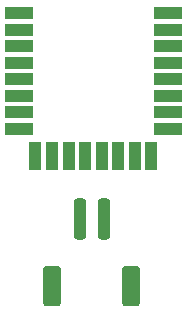
<source format=gtp>
%TF.GenerationSoftware,KiCad,Pcbnew,6.0.5-a6ca702e91~116~ubuntu22.04.1*%
%TF.CreationDate,2022-06-19T22:19:09-07:00*%
%TF.ProjectId,dwm3000_xiao,64776d33-3030-4305-9f78-69616f2e6b69,v2*%
%TF.SameCoordinates,Original*%
%TF.FileFunction,Paste,Top*%
%TF.FilePolarity,Positive*%
%FSLAX46Y46*%
G04 Gerber Fmt 4.6, Leading zero omitted, Abs format (unit mm)*
G04 Created by KiCad (PCBNEW 6.0.5-a6ca702e91~116~ubuntu22.04.1) date 2022-06-19 22:19:09*
%MOMM*%
%LPD*%
G01*
G04 APERTURE LIST*
G04 Aperture macros list*
%AMRoundRect*
0 Rectangle with rounded corners*
0 $1 Rounding radius*
0 $2 $3 $4 $5 $6 $7 $8 $9 X,Y pos of 4 corners*
0 Add a 4 corners polygon primitive as box body*
4,1,4,$2,$3,$4,$5,$6,$7,$8,$9,$2,$3,0*
0 Add four circle primitives for the rounded corners*
1,1,$1+$1,$2,$3*
1,1,$1+$1,$4,$5*
1,1,$1+$1,$6,$7*
1,1,$1+$1,$8,$9*
0 Add four rect primitives between the rounded corners*
20,1,$1+$1,$2,$3,$4,$5,0*
20,1,$1+$1,$4,$5,$6,$7,0*
20,1,$1+$1,$6,$7,$8,$9,0*
20,1,$1+$1,$8,$9,$2,$3,0*%
G04 Aperture macros list end*
%ADD10RoundRect,0.250000X-0.250000X-1.500000X0.250000X-1.500000X0.250000X1.500000X-0.250000X1.500000X0*%
%ADD11RoundRect,0.250001X-0.499999X-1.449999X0.499999X-1.449999X0.499999X1.449999X-0.499999X1.449999X0*%
%ADD12R,2.450000X1.000000*%
%ADD13R,1.000000X2.450000*%
G04 APERTURE END LIST*
D10*
%TO.C,J1*%
X67580000Y-73096000D03*
X69580000Y-73096000D03*
D11*
X71930000Y-78846000D03*
X65230000Y-78846000D03*
%TD*%
D12*
%TO.C,DWM1*%
X62407000Y-55716200D03*
X62407000Y-57116200D03*
X62407000Y-58516200D03*
X62407000Y-59916200D03*
X62407000Y-61316200D03*
X62407000Y-62716200D03*
X62407000Y-64116200D03*
X62407000Y-65516200D03*
D13*
X63807000Y-67811200D03*
X65207000Y-67811200D03*
X66607000Y-67811200D03*
X68007000Y-67811200D03*
X69407000Y-67811200D03*
X70807000Y-67811200D03*
X72207000Y-67811200D03*
X73607000Y-67811200D03*
D12*
X75007000Y-65515000D03*
X75007000Y-64115000D03*
X75007000Y-62716200D03*
X75007000Y-61316200D03*
X75007000Y-59916200D03*
X75007000Y-58516200D03*
X75007000Y-57116200D03*
X75007000Y-55716200D03*
%TD*%
M02*

</source>
